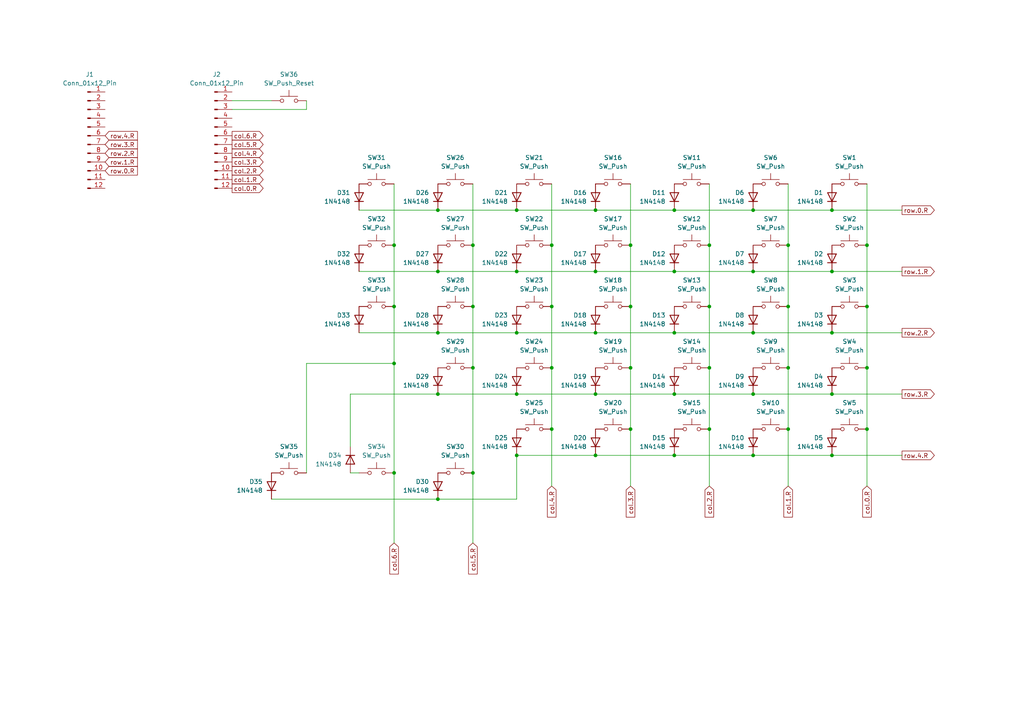
<source format=kicad_sch>
(kicad_sch (version 20250114) (generator "eeschema") (generator_version "9.0")
  (paper "A4")
  (lib_symbols
    (symbol "Connector:Conn_01x12_Pin" (pin_names (offset 1.016) (hide yes))
      (property "Reference" "J" (at 0 15.24 0))
      (property "Value" "Conn_01x12_Pin" (at 0 -17.78 0))
      (symbol "Conn_01x12_Pin_1_1"
        (rectangle (start 0.8636 12.827) (end 0 12.573) (stroke (width 0.1524)) (fill (type outline)))
        (rectangle (start 0.8636 10.287) (end 0 10.033) (stroke (width 0.1524)) (fill (type outline)))
        (rectangle (start 0.8636 7.747) (end 0 7.493) (stroke (width 0.1524)) (fill (type outline)))
        (rectangle (start 0.8636 5.207) (end 0 4.953) (stroke (width 0.1524)) (fill (type outline)))
        (rectangle (start 0.8636 2.667) (end 0 2.413) (stroke (width 0.1524)) (fill (type outline)))
        (rectangle (start 0.8636 0.127) (end 0 -0.127) (stroke (width 0.1524)) (fill (type outline)))
        (rectangle (start 0.8636 -2.413) (end 0 -2.667) (stroke (width 0.1524)) (fill (type outline)))
        (rectangle (start 0.8636 -4.953) (end 0 -5.207) (stroke (width 0.1524)) (fill (type outline)))
        (rectangle (start 0.8636 -7.493) (end 0 -7.747) (stroke (width 0.1524)) (fill (type outline)))
        (rectangle (start 0.8636 -10.033) (end 0 -10.287) (stroke (width 0.1524)) (fill (type outline)))
        (rectangle (start 0.8636 -12.573) (end 0 -12.827) (stroke (width 0.1524)) (fill (type outline)))
        (rectangle (start 0.8636 -15.113) (end 0 -15.367) (stroke (width 0.1524)) (fill (type outline)))
        (polyline (pts (xy 1.27 12.7) (xy 0.8636 12.7)) (stroke (width 0.1524)))
        (polyline (pts (xy 1.27 10.16) (xy 0.8636 10.16)) (stroke (width 0.1524)))
        (polyline (pts (xy 1.27 7.62) (xy 0.8636 7.62)) (stroke (width 0.1524)))
        (polyline (pts (xy 1.27 5.08) (xy 0.8636 5.08)) (stroke (width 0.1524)))
        (polyline (pts (xy 1.27 2.54) (xy 0.8636 2.54)) (stroke (width 0.1524)))
        (polyline (pts (xy 1.27 0) (xy 0.8636 0)) (stroke (width 0.1524)))
        (polyline (pts (xy 1.27 -2.54) (xy 0.8636 -2.54)) (stroke (width 0.1524)))
        (polyline (pts (xy 1.27 -5.08) (xy 0.8636 -5.08)) (stroke (width 0.1524)))
        (polyline (pts (xy 1.27 -7.62) (xy 0.8636 -7.62)) (stroke (width 0.1524)))
        (polyline (pts (xy 1.27 -10.16) (xy 0.8636 -10.16)) (stroke (width 0.1524)))
        (polyline (pts (xy 1.27 -12.7) (xy 0.8636 -12.7)) (stroke (width 0.1524)))
        (polyline (pts (xy 1.27 -15.24) (xy 0.8636 -15.24)) (stroke (width 0.1524)))
        (pin passive line (at 5.08 12.7 180) (length 3.81) (name "Pin_1") (number "1"))
        (pin passive line (at 5.08 10.16 180) (length 3.81) (name "Pin_2") (number "2"))
        (pin passive line (at 5.08 7.62 180) (length 3.81) (name "Pin_3") (number "3"))
        (pin passive line (at 5.08 5.08 180) (length 3.81) (name "Pin_4") (number "4"))
        (pin passive line (at 5.08 2.54 180) (length 3.81) (name "Pin_5") (number "5"))
        (pin passive line (at 5.08 0 180) (length 3.81) (name "Pin_6") (number "6"))
        (pin passive line (at 5.08 -2.54 180) (length 3.81) (name "Pin_7") (number "7"))
        (pin passive line (at 5.08 -5.08 180) (length 3.81) (name "Pin_8") (number "8"))
        (pin passive line (at 5.08 -7.62 180) (length 3.81) (name "Pin_9") (number "9"))
        (pin passive line (at 5.08 -10.16 180) (length 3.81) (name "Pin_10") (number "10"))
        (pin passive line (at 5.08 -12.7 180) (length 3.81) (name "Pin_11") (number "11"))
        (pin passive line (at 5.08 -15.24 180) (length 3.81) (name "Pin_12") (number "12"))
      )
    )
    (symbol "Diode:1N4148" (pin_numbers (hide yes)) (pin_names (hide yes))
      (property "Reference" "D" (at 0 2.54 0))
      (property "Value" "1N4148" (at 0 -2.54 0))
      (symbol "1N4148_0_1"
        (polyline (pts (xy -1.27 1.27) (xy -1.27 -1.27)) (stroke (width 0.254)))
        (polyline (pts (xy 1.27 1.27) (xy 1.27 -1.27) (xy -1.27 0) (xy 1.27 1.27)) (stroke (width 0.254)))
        (polyline (pts (xy 1.27 0) (xy -1.27 0)))
      )
      (symbol "1N4148_1_1"
        (pin passive line (at -3.81 0 0) (length 2.54) (name "K") (number "1"))
        (pin passive line (at 3.81 0 180) (length 2.54) (name "A") (number "2"))
      )
    )
    (symbol "Switch:SW_Push" (pin_numbers (hide yes)) (pin_names (offset 1.016) (hide yes))
      (property "Reference" "SW" (at 1.27 2.54 0))
      (property "Value" "SW_Push" (at 0 -1.524 0))
      (symbol "SW_Push_0_1"
        (circle (center -2.032 0) (radius 0.508))
        (polyline (pts (xy 0 1.27) (xy 0 3.048)))
        (circle (center 2.032 0) (radius 0.508))
        (polyline (pts (xy 2.54 1.27) (xy -2.54 1.27)))
        (pin passive line (at -5.08 0 0) (length 2.54) (name "1") (number "1"))
        (pin passive line (at 5.08 0 180) (length 2.54) (name "2") (number "2"))
      )
    )
  )
  (junction (at 137.16 137.16))
  (junction (at 195.58 78.74))
  (junction (at 195.58 60.96))
  (junction (at 127 144.78))
  (junction (at 149.86 96.52))
  (junction (at 251.46 71.12))
  (junction (at 228.6 106.68))
  (junction (at 127 114.3))
  (junction (at 241.3 132.08))
  (junction (at 172.72 96.52))
  (junction (at 149.86 114.3))
  (junction (at 251.46 124.46))
  (junction (at 195.58 114.3))
  (junction (at 218.44 114.3))
  (junction (at 172.72 114.3))
  (junction (at 218.44 60.96))
  (junction (at 127 60.96))
  (junction (at 218.44 132.08))
  (junction (at 114.3 105.41))
  (junction (at 127 96.52))
  (junction (at 205.74 71.12))
  (junction (at 205.74 88.9))
  (junction (at 127 78.74))
  (junction (at 195.58 132.08))
  (junction (at 137.16 71.12))
  (junction (at 149.86 60.96))
  (junction (at 172.72 78.74))
  (junction (at 251.46 88.9))
  (junction (at 160.02 71.12))
  (junction (at 228.6 71.12))
  (junction (at 160.02 88.9))
  (junction (at 218.44 78.74))
  (junction (at 149.86 78.74))
  (junction (at 228.6 124.46))
  (junction (at 228.6 88.9))
  (junction (at 114.3 137.16))
  (junction (at 241.3 60.96))
  (junction (at 149.86 132.08))
  (junction (at 172.72 132.08))
  (junction (at 218.44 96.52))
  (junction (at 114.3 71.12))
  (junction (at 182.88 124.46))
  (junction (at 182.88 106.68))
  (junction (at 182.88 71.12))
  (junction (at 114.3 88.9))
  (junction (at 241.3 78.74))
  (junction (at 251.46 106.68))
  (junction (at 172.72 60.96))
  (junction (at 182.88 88.9))
  (junction (at 241.3 96.52))
  (junction (at 205.74 124.46))
  (junction (at 205.74 106.68))
  (junction (at 241.3 114.3))
  (junction (at 137.16 106.68))
  (junction (at 137.16 88.9))
  (junction (at 160.02 106.68))
  (junction (at 195.58 96.52))
  (junction (at 160.02 124.46))
  (wire (pts (xy 137.16 137.16) (xy 137.16 157.48)))
  (wire (pts (xy 241.3 60.96) (xy 218.44 60.96)))
  (wire (pts (xy 172.72 60.96) (xy 149.86 60.96)))
  (wire (pts (xy 228.6 106.68) (xy 228.6 124.46)))
  (wire (pts (xy 218.44 96.52) (xy 195.58 96.52)))
  (wire (pts (xy 261.62 78.74) (xy 241.3 78.74)))
  (wire (pts (xy 160.02 53.34) (xy 160.02 71.12)))
  (wire (pts (xy 205.74 124.46) (xy 205.74 140.97)))
  (wire (pts (xy 228.6 124.46) (xy 228.6 140.97)))
  (wire (pts (xy 88.9 29.21) (xy 88.9 31.75)))
  (wire (pts (xy 149.86 132.08) (xy 149.86 144.78)))
  (wire (pts (xy 251.46 53.34) (xy 251.46 71.12)))
  (wire (pts (xy 149.86 78.74) (xy 127 78.74)))
  (wire (pts (xy 261.62 132.08) (xy 241.3 132.08)))
  (wire (pts (xy 127 144.78) (xy 78.74 144.78)))
  (wire (pts (xy 195.58 60.96) (xy 172.72 60.96)))
  (wire (pts (xy 78.74 29.21) (xy 67.31 29.21)))
  (wire (pts (xy 205.74 106.68) (xy 205.74 124.46)))
  (wire (pts (xy 101.6 114.3) (xy 101.6 129.54)))
  (wire (pts (xy 228.6 88.9) (xy 228.6 106.68)))
  (wire (pts (xy 137.16 53.34) (xy 137.16 71.12)))
  (wire (pts (xy 114.3 137.16) (xy 114.3 157.48)))
  (wire (pts (xy 172.72 96.52) (xy 149.86 96.52)))
  (wire (pts (xy 137.16 106.68) (xy 137.16 137.16)))
  (wire (pts (xy 104.14 137.16) (xy 101.6 137.16)))
  (wire (pts (xy 195.58 96.52) (xy 172.72 96.52)))
  (wire (pts (xy 205.74 71.12) (xy 205.74 88.9)))
  (wire (pts (xy 182.88 53.34) (xy 182.88 71.12)))
  (wire (pts (xy 149.86 60.96) (xy 127 60.96)))
  (wire (pts (xy 172.72 114.3) (xy 149.86 114.3)))
  (wire (pts (xy 114.3 53.34) (xy 114.3 71.12)))
  (wire (pts (xy 114.3 105.41) (xy 114.3 137.16)))
  (wire (pts (xy 149.86 96.52) (xy 127 96.52)))
  (wire (pts (xy 172.72 132.08) (xy 149.86 132.08)))
  (wire (pts (xy 160.02 124.46) (xy 160.02 140.97)))
  (wire (pts (xy 88.9 105.41) (xy 88.9 137.16)))
  (wire (pts (xy 205.74 53.34) (xy 205.74 71.12)))
  (wire (pts (xy 114.3 71.12) (xy 114.3 88.9)))
  (wire (pts (xy 218.44 114.3) (xy 195.58 114.3)))
  (wire (pts (xy 218.44 132.08) (xy 195.58 132.08)))
  (wire (pts (xy 218.44 78.74) (xy 195.58 78.74)))
  (wire (pts (xy 261.62 60.96) (xy 241.3 60.96)))
  (wire (pts (xy 251.46 124.46) (xy 251.46 140.97)))
  (wire (pts (xy 241.3 114.3) (xy 218.44 114.3)))
  (wire (pts (xy 149.86 114.3) (xy 127 114.3)))
  (wire (pts (xy 160.02 71.12) (xy 160.02 88.9)))
  (wire (pts (xy 228.6 53.34) (xy 228.6 71.12)))
  (wire (pts (xy 172.72 78.74) (xy 149.86 78.74)))
  (wire (pts (xy 241.3 96.52) (xy 218.44 96.52)))
  (wire (pts (xy 228.6 71.12) (xy 228.6 88.9)))
  (wire (pts (xy 160.02 88.9) (xy 160.02 106.68)))
  (wire (pts (xy 195.58 114.3) (xy 172.72 114.3)))
  (wire (pts (xy 127 60.96) (xy 104.14 60.96)))
  (wire (pts (xy 182.88 124.46) (xy 182.88 140.97)))
  (wire (pts (xy 195.58 78.74) (xy 172.72 78.74)))
  (wire (pts (xy 114.3 105.41) (xy 88.9 105.41)))
  (wire (pts (xy 251.46 88.9) (xy 251.46 106.68)))
  (wire (pts (xy 251.46 106.68) (xy 251.46 124.46)))
  (wire (pts (xy 127 96.52) (xy 104.14 96.52)))
  (wire (pts (xy 241.3 78.74) (xy 218.44 78.74)))
  (wire (pts (xy 137.16 88.9) (xy 137.16 106.68)))
  (wire (pts (xy 251.46 71.12) (xy 251.46 88.9)))
  (wire (pts (xy 182.88 88.9) (xy 182.88 106.68)))
  (wire (pts (xy 114.3 88.9) (xy 114.3 105.41)))
  (wire (pts (xy 205.74 88.9) (xy 205.74 106.68)))
  (wire (pts (xy 182.88 71.12) (xy 182.88 88.9)))
  (wire (pts (xy 160.02 106.68) (xy 160.02 124.46)))
  (wire (pts (xy 182.88 106.68) (xy 182.88 124.46)))
  (wire (pts (xy 261.62 96.52) (xy 241.3 96.52)))
  (wire (pts (xy 137.16 71.12) (xy 137.16 88.9)))
  (wire (pts (xy 149.86 144.78) (xy 127 144.78)))
  (wire (pts (xy 127 114.3) (xy 101.6 114.3)))
  (wire (pts (xy 261.62 114.3) (xy 241.3 114.3)))
  (wire (pts (xy 127 78.74) (xy 104.14 78.74)))
  (wire (pts (xy 218.44 60.96) (xy 195.58 60.96)))
  (wire (pts (xy 241.3 132.08) (xy 218.44 132.08)))
  (wire (pts (xy 67.31 31.75) (xy 88.9 31.75)))
  (wire (pts (xy 195.58 132.08) (xy 172.72 132.08)))
  (global_label "col.2.R" (shape input) (at 205.74 140.97 270) (property "Intersheetrefs" "${INTERSHEET_REFS}" (effects (hide yes))))
  (global_label "col.2.R" (shape output) (at 67.31 49.53 0) (property "Intersheetrefs" "${INTERSHEET_REFS}" (effects (hide yes))))
  (global_label "row.3.R" (shape output) (at 261.62 114.3 0) (property "Intersheetrefs" "${INTERSHEET_REFS}" (effects (hide yes))))
  (global_label "row.0.R" (shape input) (at 30.48 49.53 0) (property "Intersheetrefs" "${INTERSHEET_REFS}" (effects (hide yes))))
  (global_label "col.3.R" (shape input) (at 182.88 140.97 270) (property "Intersheetrefs" "${INTERSHEET_REFS}" (effects (hide yes))))
  (global_label "col.4.R" (shape input) (at 160.02 140.97 270) (property "Intersheetrefs" "${INTERSHEET_REFS}" (effects (hide yes))))
  (global_label "row.1.R" (shape input) (at 30.48 46.99 0) (property "Intersheetrefs" "${INTERSHEET_REFS}" (effects (hide yes))))
  (global_label "row.3.R" (shape input) (at 30.48 41.91 0) (property "Intersheetrefs" "${INTERSHEET_REFS}" (effects (hide yes))))
  (global_label "row.2.R" (shape output) (at 261.62 96.52 0) (property "Intersheetrefs" "${INTERSHEET_REFS}" (effects (hide yes))))
  (global_label "col.5.R" (shape output) (at 67.31 41.91 0) (property "Intersheetrefs" "${INTERSHEET_REFS}" (effects (hide yes))))
  (global_label "row.0.R" (shape output) (at 261.62 60.96 0) (property "Intersheetrefs" "${INTERSHEET_REFS}" (effects (hide yes))))
  (global_label "col.4.R" (shape output) (at 67.31 44.45 0) (property "Intersheetrefs" "${INTERSHEET_REFS}" (effects (hide yes))))
  (global_label "col.0.R" (shape input) (at 251.46 140.97 270) (property "Intersheetrefs" "${INTERSHEET_REFS}" (effects (hide yes))))
  (global_label "row.1.R" (shape output) (at 261.62 78.74 0) (property "Intersheetrefs" "${INTERSHEET_REFS}" (effects (hide yes))))
  (global_label "col.0.R" (shape output) (at 67.31 54.61 0) (property "Intersheetrefs" "${INTERSHEET_REFS}" (effects (hide yes))))
  (global_label "row.2.R" (shape input) (at 30.48 44.45 0) (property "Intersheetrefs" "${INTERSHEET_REFS}" (effects (hide yes))))
  (global_label "row.4.R" (shape input) (at 30.48 39.37 0) (property "Intersheetrefs" "${INTERSHEET_REFS}" (effects (hide yes))))
  (global_label "col.1.R" (shape output) (at 67.31 52.07 0) (property "Intersheetrefs" "${INTERSHEET_REFS}" (effects (hide yes))))
  (global_label "col.3.R" (shape output) (at 67.31 46.99 0) (property "Intersheetrefs" "${INTERSHEET_REFS}" (effects (hide yes))))
  (global_label "col.6.R" (shape input) (at 114.3 157.48 270) (property "Intersheetrefs" "${INTERSHEET_REFS}" (effects (hide yes))))
  (global_label "col.5.R" (shape input) (at 137.16 157.48 270) (property "Intersheetrefs" "${INTERSHEET_REFS}" (effects (hide yes))))
  (global_label "row.4.R" (shape output) (at 261.62 132.08 0) (property "Intersheetrefs" "${INTERSHEET_REFS}" (effects (hide yes))))
  (global_label "col.1.R" (shape input) (at 228.6 140.97 270) (property "Intersheetrefs" "${INTERSHEET_REFS}" (effects (hide yes))))
  (global_label "col.6.R" (shape output) (at 67.31 39.37 0) (property "Intersheetrefs" "${INTERSHEET_REFS}" (effects (hide yes))))
  (symbol (lib_id "Switch:SW_Push") (at 109.22 88.9 0) (mirror y) (unit 1)
    (property "Reference" "SW33" (at 109.22 81.28 0))
    (property "Value" "SW_Push" (at 109.22 83.82 0))
    (property "Footprint" "Button_Switch_Keyboard:SW_Cherry_MX_1.00u_PCB" (effects (hide yes)))
    (property "Description" "Push button switch, generic, two pins" (effects (hide yes)))
  )
  (symbol (lib_id "Switch:SW_Push") (at 246.38 88.9 0) (mirror y) (unit 1)
    (property "Reference" "SW3" (at 246.38 81.28 0))
    (property "Value" "SW_Push" (at 246.38 83.82 0))
    (property "Footprint" "Button_Switch_Keyboard:SW_Cherry_MX_1.00u_PCB" (effects (hide yes)))
    (property "Description" "Push button switch, generic, two pins" (effects (hide yes)))
  )
  (symbol (lib_id "Diode:1N4148") (at 127 110.49 270) (mirror x) (unit 1)
    (property "Reference" "D29" (at 124.46 109.2199 90) (effects (justify right)))
    (property "Value" "1N4148" (at 124.46 111.7599 90) (effects (justify right)))
    (property "Footprint" "Diode_SMD:D_1206_3216Metric" (effects (hide yes)))
    (property "Datasheet" "https://assets.nexperia.com/documents/data-sheet/1N4148_1N4448.pdf" (effects (hide yes)))
    (property "Description" "100V 0.15A standard switching diode, DO-35" (effects (hide yes)))
    (property "Sim.Device" "D" (effects (hide yes)))
    (property "Sim.Pins" "1=K 2=A" (effects (hide yes)))
  )
  (symbol (lib_id "Diode:1N4148") (at 195.58 128.27 270) (mirror x) (unit 1)
    (property "Reference" "D15" (at 193.04 126.9999 90) (effects (justify right)))
    (property "Value" "1N4148" (at 193.04 129.5399 90) (effects (justify right)))
    (property "Footprint" "Diode_SMD:D_1206_3216Metric" (effects (hide yes)))
    (property "Datasheet" "https://assets.nexperia.com/documents/data-sheet/1N4148_1N4448.pdf" (effects (hide yes)))
    (property "Description" "100V 0.15A standard switching diode, DO-35" (effects (hide yes)))
    (property "Sim.Device" "D" (effects (hide yes)))
    (property "Sim.Pins" "1=K 2=A" (effects (hide yes)))
  )
  (symbol (lib_id "Diode:1N4148") (at 127 92.71 270) (mirror x) (unit 1)
    (property "Reference" "D28" (at 124.46 91.4399 90) (effects (justify right)))
    (property "Value" "1N4148" (at 124.46 93.9799 90) (effects (justify right)))
    (property "Footprint" "Diode_SMD:D_1206_3216Metric" (effects (hide yes)))
    (property "Datasheet" "https://assets.nexperia.com/documents/data-sheet/1N4148_1N4448.pdf" (effects (hide yes)))
    (property "Description" "100V 0.15A standard switching diode, DO-35" (effects (hide yes)))
    (property "Sim.Device" "D" (effects (hide yes)))
    (property "Sim.Pins" "1=K 2=A" (effects (hide yes)))
  )
  (symbol (lib_id "Switch:SW_Push") (at 200.66 88.9 0) (mirror y) (unit 1)
    (property "Reference" "SW13" (at 200.66 81.28 0))
    (property "Value" "SW_Push" (at 200.66 83.82 0))
    (property "Footprint" "Button_Switch_Keyboard:SW_Cherry_MX_1.00u_PCB" (effects (hide yes)))
    (property "Description" "Push button switch, generic, two pins" (effects (hide yes)))
  )
  (symbol (lib_id "Diode:1N4148") (at 127 74.93 270) (mirror x) (unit 1)
    (property "Reference" "D27" (at 124.46 73.6599 90) (effects (justify right)))
    (property "Value" "1N4148" (at 124.46 76.1999 90) (effects (justify right)))
    (property "Footprint" "Diode_SMD:D_1206_3216Metric" (effects (hide yes)))
    (property "Datasheet" "https://assets.nexperia.com/documents/data-sheet/1N4148_1N4448.pdf" (effects (hide yes)))
    (property "Description" "100V 0.15A standard switching diode, DO-35" (effects (hide yes)))
    (property "Sim.Device" "D" (effects (hide yes)))
    (property "Sim.Pins" "1=K 2=A" (effects (hide yes)))
  )
  (symbol (lib_id "Switch:SW_Push") (at 177.8 88.9 0) (mirror y) (unit 1)
    (property "Reference" "SW18" (at 177.8 81.28 0))
    (property "Value" "SW_Push" (at 177.8 83.82 0))
    (property "Footprint" "Button_Switch_Keyboard:SW_Cherry_MX_1.00u_PCB" (effects (hide yes)))
    (property "Description" "Push button switch, generic, two pins" (effects (hide yes)))
  )
  (symbol (lib_id "Diode:1N4148") (at 218.44 57.15 270) (mirror x) (unit 1)
    (property "Reference" "D6" (at 215.9 55.8799 90) (effects (justify right)))
    (property "Value" "1N4148" (at 215.9 58.4199 90) (effects (justify right)))
    (property "Footprint" "Diode_SMD:D_1206_3216Metric" (effects (hide yes)))
    (property "Datasheet" "https://assets.nexperia.com/documents/data-sheet/1N4148_1N4448.pdf" (effects (hide yes)))
    (property "Description" "100V 0.15A standard switching diode, DO-35" (effects (hide yes)))
    (property "Sim.Device" "D" (effects (hide yes)))
    (property "Sim.Pins" "1=K 2=A" (effects (hide yes)))
  )
  (symbol (lib_id "Diode:1N4148") (at 149.86 74.93 270) (mirror x) (unit 1)
    (property "Reference" "D22" (at 147.32 73.6599 90) (effects (justify right)))
    (property "Value" "1N4148" (at 147.32 76.1999 90) (effects (justify right)))
    (property "Footprint" "Diode_SMD:D_1206_3216Metric" (effects (hide yes)))
    (property "Datasheet" "https://assets.nexperia.com/documents/data-sheet/1N4148_1N4448.pdf" (effects (hide yes)))
    (property "Description" "100V 0.15A standard switching diode, DO-35" (effects (hide yes)))
    (property "Sim.Device" "D" (effects (hide yes)))
    (property "Sim.Pins" "1=K 2=A" (effects (hide yes)))
  )
  (symbol (lib_id "Switch:SW_Push") (at 154.94 124.46 0) (mirror y) (unit 1)
    (property "Reference" "SW25" (at 154.94 116.84 0))
    (property "Value" "SW_Push" (at 154.94 119.38 0))
    (property "Footprint" "Button_Switch_Keyboard:SW_Cherry_MX_1.00u_PCB" (effects (hide yes)))
    (property "Description" "Push button switch, generic, two pins" (effects (hide yes)))
  )
  (symbol (lib_id "Switch:SW_Push") (at 177.8 71.12 0) (mirror y) (unit 1)
    (property "Reference" "SW17" (at 177.8 63.5 0))
    (property "Value" "SW_Push" (at 177.8 66.04 0))
    (property "Footprint" "Button_Switch_Keyboard:SW_Cherry_MX_1.00u_PCB" (effects (hide yes)))
    (property "Description" "Push button switch, generic, two pins" (effects (hide yes)))
  )
  (symbol (lib_id "Diode:1N4148") (at 172.72 92.71 270) (mirror x) (unit 1)
    (property "Reference" "D18" (at 170.18 91.4399 90) (effects (justify right)))
    (property "Value" "1N4148" (at 170.18 93.9799 90) (effects (justify right)))
    (property "Footprint" "Diode_SMD:D_1206_3216Metric" (effects (hide yes)))
    (property "Datasheet" "https://assets.nexperia.com/documents/data-sheet/1N4148_1N4448.pdf" (effects (hide yes)))
    (property "Description" "100V 0.15A standard switching diode, DO-35" (effects (hide yes)))
    (property "Sim.Device" "D" (effects (hide yes)))
    (property "Sim.Pins" "1=K 2=A" (effects (hide yes)))
  )
  (symbol (lib_id "Switch:SW_Push") (at 246.38 53.34 0) (mirror y) (unit 1)
    (property "Reference" "SW1" (at 246.38 45.72 0))
    (property "Value" "SW_Push" (at 246.38 48.26 0))
    (property "Footprint" "Button_Switch_Keyboard:SW_Cherry_MX_1.00u_PCB" (effects (hide yes)))
    (property "Description" "Push button switch, generic, two pins" (effects (hide yes)))
  )
  (symbol (lib_id "Diode:1N4148") (at 78.74 140.97 270) (mirror x) (unit 1)
    (property "Reference" "D35" (at 76.2 139.6999 90) (effects (justify right)))
    (property "Value" "1N4148" (at 76.2 142.2399 90) (effects (justify right)))
    (property "Footprint" "Diode_SMD:D_1206_3216Metric" (effects (hide yes)))
    (property "Datasheet" "https://assets.nexperia.com/documents/data-sheet/1N4148_1N4448.pdf" (effects (hide yes)))
    (property "Description" "100V 0.15A standard switching diode, DO-35" (effects (hide yes)))
    (property "Sim.Device" "D" (effects (hide yes)))
    (property "Sim.Pins" "1=K 2=A" (effects (hide yes)))
  )
  (symbol (lib_id "Switch:SW_Push") (at 223.52 106.68 0) (mirror y) (unit 1)
    (property "Reference" "SW9" (at 223.52 99.06 0))
    (property "Value" "SW_Push" (at 223.52 101.6 0))
    (property "Footprint" "Button_Switch_Keyboard:SW_Cherry_MX_1.00u_PCB" (effects (hide yes)))
    (property "Description" "Push button switch, generic, two pins" (effects (hide yes)))
  )
  (symbol (lib_id "Switch:SW_Push") (at 83.82 29.21 0) (unit 1)
    (property "Reference" "SW36" (at 83.82 21.59 0))
    (property "Value" "SW_Push_Reset" (at 83.82 24.13 0))
    (property "Footprint" "Button_Switch_SMD:SW_SPST_B3U-1000P" (effects (hide yes)))
    (property "Description" "Push button switch, generic, two pins" (effects (hide yes)))
  )
  (symbol (lib_id "Diode:1N4148") (at 195.58 92.71 270) (mirror x) (unit 1)
    (property "Reference" "D13" (at 193.04 91.4399 90) (effects (justify right)))
    (property "Value" "1N4148" (at 193.04 93.9799 90) (effects (justify right)))
    (property "Footprint" "Diode_SMD:D_1206_3216Metric" (effects (hide yes)))
    (property "Datasheet" "https://assets.nexperia.com/documents/data-sheet/1N4148_1N4448.pdf" (effects (hide yes)))
    (property "Description" "100V 0.15A standard switching diode, DO-35" (effects (hide yes)))
    (property "Sim.Device" "D" (effects (hide yes)))
    (property "Sim.Pins" "1=K 2=A" (effects (hide yes)))
  )
  (symbol (lib_id "Diode:1N4148") (at 149.86 110.49 270) (mirror x) (unit 1)
    (property "Reference" "D24" (at 147.32 109.2199 90) (effects (justify right)))
    (property "Value" "1N4148" (at 147.32 111.7599 90) (effects (justify right)))
    (property "Footprint" "Diode_SMD:D_1206_3216Metric" (effects (hide yes)))
    (property "Datasheet" "https://assets.nexperia.com/documents/data-sheet/1N4148_1N4448.pdf" (effects (hide yes)))
    (property "Description" "100V 0.15A standard switching diode, DO-35" (effects (hide yes)))
    (property "Sim.Device" "D" (effects (hide yes)))
    (property "Sim.Pins" "1=K 2=A" (effects (hide yes)))
  )
  (symbol (lib_id "Diode:1N4148") (at 218.44 92.71 270) (mirror x) (unit 1)
    (property "Reference" "D8" (at 215.9 91.4399 90) (effects (justify right)))
    (property "Value" "1N4148" (at 215.9 93.9799 90) (effects (justify right)))
    (property "Footprint" "Diode_SMD:D_1206_3216Metric" (effects (hide yes)))
    (property "Datasheet" "https://assets.nexperia.com/documents/data-sheet/1N4148_1N4448.pdf" (effects (hide yes)))
    (property "Description" "100V 0.15A standard switching diode, DO-35" (effects (hide yes)))
    (property "Sim.Device" "D" (effects (hide yes)))
    (property "Sim.Pins" "1=K 2=A" (effects (hide yes)))
  )
  (symbol (lib_id "Diode:1N4148") (at 101.6 133.35 90) (mirror x) (unit 1)
    (property "Reference" "D34" (at 99.06 132.0799 90) (effects (justify left)))
    (property "Value" "1N4148" (at 99.06 134.6199 90) (effects (justify left)))
    (property "Footprint" "Diode_SMD:D_1206_3216Metric" (effects (hide yes)))
    (property "Datasheet" "https://assets.nexperia.com/documents/data-sheet/1N4148_1N4448.pdf" (effects (hide yes)))
    (property "Description" "100V 0.15A standard switching diode, DO-35" (effects (hide yes)))
    (property "Sim.Device" "D" (effects (hide yes)))
    (property "Sim.Pins" "1=K 2=A" (effects (hide yes)))
  )
  (symbol (lib_id "Switch:SW_Push") (at 177.8 53.34 0) (mirror y) (unit 1)
    (property "Reference" "SW16" (at 177.8 45.72 0))
    (property "Value" "SW_Push" (at 177.8 48.26 0))
    (property "Footprint" "Button_Switch_Keyboard:SW_Cherry_MX_1.00u_PCB" (effects (hide yes)))
    (property "Description" "Push button switch, generic, two pins" (effects (hide yes)))
  )
  (symbol (lib_id "Switch:SW_Push") (at 109.22 71.12 0) (mirror y) (unit 1)
    (property "Reference" "SW32" (at 109.22 63.5 0))
    (property "Value" "SW_Push" (at 109.22 66.04 0))
    (property "Footprint" "Button_Switch_Keyboard:SW_Cherry_MX_1.00u_PCB" (effects (hide yes)))
    (property "Description" "Push button switch, generic, two pins" (effects (hide yes)))
  )
  (symbol (lib_id "Diode:1N4148") (at 172.72 57.15 270) (mirror x) (unit 1)
    (property "Reference" "D16" (at 170.18 55.8799 90) (effects (justify right)))
    (property "Value" "1N4148" (at 170.18 58.4199 90) (effects (justify right)))
    (property "Footprint" "Diode_SMD:D_1206_3216Metric" (effects (hide yes)))
    (property "Datasheet" "https://assets.nexperia.com/documents/data-sheet/1N4148_1N4448.pdf" (effects (hide yes)))
    (property "Description" "100V 0.15A standard switching diode, DO-35" (effects (hide yes)))
    (property "Sim.Device" "D" (effects (hide yes)))
    (property "Sim.Pins" "1=K 2=A" (effects (hide yes)))
  )
  (symbol (lib_id "Diode:1N4148") (at 241.3 57.15 270) (mirror x) (unit 1)
    (property "Reference" "D1" (at 238.76 55.8799 90) (effects (justify right)))
    (property "Value" "1N4148" (at 238.76 58.4199 90) (effects (justify right)))
    (property "Footprint" "Diode_SMD:D_1206_3216Metric" (effects (hide yes)))
    (property "Datasheet" "https://assets.nexperia.com/documents/data-sheet/1N4148_1N4448.pdf" (effects (hide yes)))
    (property "Description" "100V 0.15A standard switching diode, DO-35" (effects (hide yes)))
    (property "Sim.Device" "D" (effects (hide yes)))
    (property "Sim.Pins" "1=K 2=A" (effects (hide yes)))
  )
  (symbol (lib_id "Diode:1N4148") (at 241.3 128.27 270) (mirror x) (unit 1)
    (property "Reference" "D5" (at 238.76 126.9999 90) (effects (justify right)))
    (property "Value" "1N4148" (at 238.76 129.5399 90) (effects (justify right)))
    (property "Footprint" "Diode_SMD:D_1206_3216Metric" (effects (hide yes)))
    (property "Datasheet" "https://assets.nexperia.com/documents/data-sheet/1N4148_1N4448.pdf" (effects (hide yes)))
    (property "Description" "100V 0.15A standard switching diode, DO-35" (effects (hide yes)))
    (property "Sim.Device" "D" (effects (hide yes)))
    (property "Sim.Pins" "1=K 2=A" (effects (hide yes)))
  )
  (symbol (lib_id "Switch:SW_Push") (at 132.08 137.16 0) (mirror y) (unit 1)
    (property "Reference" "SW30" (at 132.08 129.54 0))
    (property "Value" "SW_Push" (at 132.08 132.08 0))
    (property "Footprint" "Button_Switch_Keyboard:SW_Cherry_MX_1.00u_PCB" (effects (hide yes)))
    (property "Description" "Push button switch, generic, two pins" (effects (hide yes)))
  )
  (symbol (lib_id "Connector:Conn_01x12_Pin") (at 62.23 39.37 0) (unit 1)
    (property "Reference" "J2" (at 62.865 21.59 0))
    (property "Value" "Conn_01x12_Pin" (at 62.865 24.13 0))
    (property "Description" "Generic connector, single row, 01x12, script generated" (effects (hide yes)))
  )
  (symbol (lib_id "Switch:SW_Push") (at 132.08 106.68 0) (mirror y) (unit 1)
    (property "Reference" "SW29" (at 132.08 99.06 0))
    (property "Value" "SW_Push" (at 132.08 101.6 0))
    (property "Footprint" "Button_Switch_Keyboard:SW_Cherry_MX_1.00u_PCB" (effects (hide yes)))
    (property "Description" "Push button switch, generic, two pins" (effects (hide yes)))
  )
  (symbol (lib_id "Switch:SW_Push") (at 154.94 53.34 0) (mirror y) (unit 1)
    (property "Reference" "SW21" (at 154.94 45.72 0))
    (property "Value" "SW_Push" (at 154.94 48.26 0))
    (property "Footprint" "Button_Switch_Keyboard:SW_Cherry_MX_1.00u_PCB" (effects (hide yes)))
    (property "Description" "Push button switch, generic, two pins" (effects (hide yes)))
  )
  (symbol (lib_id "Switch:SW_Push") (at 177.8 124.46 0) (mirror y) (unit 1)
    (property "Reference" "SW20" (at 177.8 116.84 0))
    (property "Value" "SW_Push" (at 177.8 119.38 0))
    (property "Footprint" "Button_Switch_Keyboard:SW_Cherry_MX_1.00u_PCB" (effects (hide yes)))
    (property "Description" "Push button switch, generic, two pins" (effects (hide yes)))
  )
  (symbol (lib_id "Diode:1N4148") (at 195.58 74.93 270) (mirror x) (unit 1)
    (property "Reference" "D12" (at 193.04 73.6599 90) (effects (justify right)))
    (property "Value" "1N4148" (at 193.04 76.1999 90) (effects (justify right)))
    (property "Footprint" "Diode_SMD:D_1206_3216Metric" (effects (hide yes)))
    (property "Datasheet" "https://assets.nexperia.com/documents/data-sheet/1N4148_1N4448.pdf" (effects (hide yes)))
    (property "Description" "100V 0.15A standard switching diode, DO-35" (effects (hide yes)))
    (property "Sim.Device" "D" (effects (hide yes)))
    (property "Sim.Pins" "1=K 2=A" (effects (hide yes)))
  )
  (symbol (lib_id "Switch:SW_Push") (at 200.66 53.34 0) (mirror y) (unit 1)
    (property "Reference" "SW11" (at 200.66 45.72 0))
    (property "Value" "SW_Push" (at 200.66 48.26 0))
    (property "Footprint" "Button_Switch_Keyboard:SW_Cherry_MX_1.00u_PCB" (effects (hide yes)))
    (property "Description" "Push button switch, generic, two pins" (effects (hide yes)))
  )
  (symbol (lib_id "Switch:SW_Push") (at 132.08 88.9 0) (mirror y) (unit 1)
    (property "Reference" "SW28" (at 132.08 81.28 0))
    (property "Value" "SW_Push" (at 132.08 83.82 0))
    (property "Footprint" "Button_Switch_Keyboard:SW_Cherry_MX_1.00u_PCB" (effects (hide yes)))
    (property "Description" "Push button switch, generic, two pins" (effects (hide yes)))
  )
  (symbol (lib_id "Switch:SW_Push") (at 200.66 71.12 0) (mirror y) (unit 1)
    (property "Reference" "SW12" (at 200.66 63.5 0))
    (property "Value" "SW_Push" (at 200.66 66.04 0))
    (property "Footprint" "Button_Switch_Keyboard:SW_Cherry_MX_1.00u_PCB" (effects (hide yes)))
    (property "Description" "Push button switch, generic, two pins" (effects (hide yes)))
  )
  (symbol (lib_id "Diode:1N4148") (at 149.86 92.71 270) (mirror x) (unit 1)
    (property "Reference" "D23" (at 147.32 91.4399 90) (effects (justify right)))
    (property "Value" "1N4148" (at 147.32 93.9799 90) (effects (justify right)))
    (property "Footprint" "Diode_SMD:D_1206_3216Metric" (effects (hide yes)))
    (property "Datasheet" "https://assets.nexperia.com/documents/data-sheet/1N4148_1N4448.pdf" (effects (hide yes)))
    (property "Description" "100V 0.15A standard switching diode, DO-35" (effects (hide yes)))
    (property "Sim.Device" "D" (effects (hide yes)))
    (property "Sim.Pins" "1=K 2=A" (effects (hide yes)))
  )
  (symbol (lib_id "Diode:1N4148") (at 195.58 57.15 270) (mirror x) (unit 1)
    (property "Reference" "D11" (at 193.04 55.8799 90) (effects (justify right)))
    (property "Value" "1N4148" (at 193.04 58.4199 90) (effects (justify right)))
    (property "Footprint" "Diode_SMD:D_1206_3216Metric" (effects (hide yes)))
    (property "Datasheet" "https://assets.nexperia.com/documents/data-sheet/1N4148_1N4448.pdf" (effects (hide yes)))
    (property "Description" "100V 0.15A standard switching diode, DO-35" (effects (hide yes)))
    (property "Sim.Device" "D" (effects (hide yes)))
    (property "Sim.Pins" "1=K 2=A" (effects (hide yes)))
  )
  (symbol (lib_id "Diode:1N4148") (at 149.86 57.15 270) (mirror x) (unit 1)
    (property "Reference" "D21" (at 147.32 55.8799 90) (effects (justify right)))
    (property "Value" "1N4148" (at 147.32 58.4199 90) (effects (justify right)))
    (property "Footprint" "Diode_SMD:D_1206_3216Metric" (effects (hide yes)))
    (property "Datasheet" "https://assets.nexperia.com/documents/data-sheet/1N4148_1N4448.pdf" (effects (hide yes)))
    (property "Description" "100V 0.15A standard switching diode, DO-35" (effects (hide yes)))
    (property "Sim.Device" "D" (effects (hide yes)))
    (property "Sim.Pins" "1=K 2=A" (effects (hide yes)))
  )
  (symbol (lib_id "Diode:1N4148") (at 172.72 128.27 270) (mirror x) (unit 1)
    (property "Reference" "D20" (at 170.18 126.9999 90) (effects (justify right)))
    (property "Value" "1N4148" (at 170.18 129.5399 90) (effects (justify right)))
    (property "Footprint" "Diode_SMD:D_1206_3216Metric" (effects (hide yes)))
    (property "Datasheet" "https://assets.nexperia.com/documents/data-sheet/1N4148_1N4448.pdf" (effects (hide yes)))
    (property "Description" "100V 0.15A standard switching diode, DO-35" (effects (hide yes)))
    (property "Sim.Device" "D" (effects (hide yes)))
    (property "Sim.Pins" "1=K 2=A" (effects (hide yes)))
  )
  (symbol (lib_id "Switch:SW_Push") (at 200.66 106.68 0) (mirror y) (unit 1)
    (property "Reference" "SW14" (at 200.66 99.06 0))
    (property "Value" "SW_Push" (at 200.66 101.6 0))
    (property "Footprint" "Button_Switch_Keyboard:SW_Cherry_MX_1.00u_PCB" (effects (hide yes)))
    (property "Description" "Push button switch, generic, two pins" (effects (hide yes)))
  )
  (symbol (lib_id "Switch:SW_Push") (at 246.38 71.12 0) (mirror y) (unit 1)
    (property "Reference" "SW2" (at 246.38 63.5 0))
    (property "Value" "SW_Push" (at 246.38 66.04 0))
    (property "Footprint" "Button_Switch_Keyboard:SW_Cherry_MX_1.00u_PCB" (effects (hide yes)))
    (property "Description" "Push button switch, generic, two pins" (effects (hide yes)))
  )
  (symbol (lib_id "Switch:SW_Push") (at 132.08 53.34 0) (mirror y) (unit 1)
    (property "Reference" "SW26" (at 132.08 45.72 0))
    (property "Value" "SW_Push" (at 132.08 48.26 0))
    (property "Footprint" "Button_Switch_Keyboard:SW_Cherry_MX_1.00u_PCB" (effects (hide yes)))
    (property "Description" "Push button switch, generic, two pins" (effects (hide yes)))
  )
  (symbol (lib_id "Switch:SW_Push") (at 223.52 124.46 0) (mirror y) (unit 1)
    (property "Reference" "SW10" (at 223.52 116.84 0))
    (property "Value" "SW_Push" (at 223.52 119.38 0))
    (property "Footprint" "Button_Switch_Keyboard:SW_Cherry_MX_1.00u_PCB" (effects (hide yes)))
    (property "Description" "Push button switch, generic, two pins" (effects (hide yes)))
  )
  (symbol (lib_id "Switch:SW_Push") (at 132.08 71.12 0) (mirror y) (unit 1)
    (property "Reference" "SW27" (at 132.08 63.5 0))
    (property "Value" "SW_Push" (at 132.08 66.04 0))
    (property "Footprint" "Button_Switch_Keyboard:SW_Cherry_MX_1.00u_PCB" (effects (hide yes)))
    (property "Description" "Push button switch, generic, two pins" (effects (hide yes)))
  )
  (symbol (lib_id "Diode:1N4148") (at 241.3 110.49 270) (mirror x) (unit 1)
    (property "Reference" "D4" (at 238.76 109.2199 90) (effects (justify right)))
    (property "Value" "1N4148" (at 238.76 111.7599 90) (effects (justify right)))
    (property "Footprint" "Diode_SMD:D_1206_3216Metric" (effects (hide yes)))
    (property "Datasheet" "https://assets.nexperia.com/documents/data-sheet/1N4148_1N4448.pdf" (effects (hide yes)))
    (property "Description" "100V 0.15A standard switching diode, DO-35" (effects (hide yes)))
    (property "Sim.Device" "D" (effects (hide yes)))
    (property "Sim.Pins" "1=K 2=A" (effects (hide yes)))
  )
  (symbol (lib_id "Diode:1N4148") (at 218.44 128.27 270) (mirror x) (unit 1)
    (property "Reference" "D10" (at 215.9 126.9999 90) (effects (justify right)))
    (property "Value" "1N4148" (at 215.9 129.5399 90) (effects (justify right)))
    (property "Footprint" "Diode_SMD:D_1206_3216Metric" (effects (hide yes)))
    (property "Datasheet" "https://assets.nexperia.com/documents/data-sheet/1N4148_1N4448.pdf" (effects (hide yes)))
    (property "Description" "100V 0.15A standard switching diode, DO-35" (effects (hide yes)))
    (property "Sim.Device" "D" (effects (hide yes)))
    (property "Sim.Pins" "1=K 2=A" (effects (hide yes)))
  )
  (symbol (lib_id "Switch:SW_Push") (at 246.38 106.68 0) (mirror y) (unit 1)
    (property "Reference" "SW4" (at 246.38 99.06 0))
    (property "Value" "SW_Push" (at 246.38 101.6 0))
    (property "Footprint" "Button_Switch_Keyboard:SW_Cherry_MX_1.00u_PCB" (effects (hide yes)))
    (property "Description" "Push button switch, generic, two pins" (effects (hide yes)))
  )
  (symbol (lib_id "Diode:1N4148") (at 127 57.15 270) (mirror x) (unit 1)
    (property "Reference" "D26" (at 124.46 55.8799 90) (effects (justify right)))
    (property "Value" "1N4148" (at 124.46 58.4199 90) (effects (justify right)))
    (property "Footprint" "Diode_SMD:D_1206_3216Metric" (effects (hide yes)))
    (property "Datasheet" "https://assets.nexperia.com/documents/data-sheet/1N4148_1N4448.pdf" (effects (hide yes)))
    (property "Description" "100V 0.15A standard switching diode, DO-35" (effects (hide yes)))
    (property "Sim.Device" "D" (effects (hide yes)))
    (property "Sim.Pins" "1=K 2=A" (effects (hide yes)))
  )
  (symbol (lib_id "Diode:1N4148") (at 241.3 92.71 270) (mirror x) (unit 1)
    (property "Reference" "D3" (at 238.76 91.4399 90) (effects (justify right)))
    (property "Value" "1N4148" (at 238.76 93.9799 90) (effects (justify right)))
    (property "Footprint" "Diode_SMD:D_1206_3216Metric" (effects (hide yes)))
    (property "Datasheet" "https://assets.nexperia.com/documents/data-sheet/1N4148_1N4448.pdf" (effects (hide yes)))
    (property "Description" "100V 0.15A standard switching diode, DO-35" (effects (hide yes)))
    (property "Sim.Device" "D" (effects (hide yes)))
    (property "Sim.Pins" "1=K 2=A" (effects (hide yes)))
  )
  (symbol (lib_id "Switch:SW_Push") (at 177.8 106.68 0) (mirror y) (unit 1)
    (property "Reference" "SW19" (at 177.8 99.06 0))
    (property "Value" "SW_Push" (at 177.8 101.6 0))
    (property "Footprint" "Button_Switch_Keyboard:SW_Cherry_MX_1.00u_PCB" (effects (hide yes)))
    (property "Description" "Push button switch, generic, two pins" (effects (hide yes)))
  )
  (symbol (lib_id "Switch:SW_Push") (at 246.38 124.46 0) (mirror y) (unit 1)
    (property "Reference" "SW5" (at 246.38 116.84 0))
    (property "Value" "SW_Push" (at 246.38 119.38 0))
    (property "Footprint" "Button_Switch_Keyboard:SW_Cherry_MX_1.00u_PCB" (effects (hide yes)))
    (property "Description" "Push button switch, generic, two pins" (effects (hide yes)))
  )
  (symbol (lib_id "Switch:SW_Push") (at 109.22 53.34 0) (mirror y) (unit 1)
    (property "Reference" "SW31" (at 109.22 45.72 0))
    (property "Value" "SW_Push" (at 109.22 48.26 0))
    (property "Footprint" "Button_Switch_Keyboard:SW_Cherry_MX_1.00u_PCB" (effects (hide yes)))
    (property "Description" "Push button switch, generic, two pins" (effects (hide yes)))
  )
  (symbol (lib_id "Diode:1N4148") (at 149.86 128.27 270) (mirror x) (unit 1)
    (property "Reference" "D25" (at 147.32 126.9999 90) (effects (justify right)))
    (property "Value" "1N4148" (at 147.32 129.5399 90) (effects (justify right)))
    (property "Footprint" "Diode_SMD:D_1206_3216Metric" (effects (hide yes)))
    (property "Datasheet" "https://assets.nexperia.com/documents/data-sheet/1N4148_1N4448.pdf" (effects (hide yes)))
    (property "Description" "100V 0.15A standard switching diode, DO-35" (effects (hide yes)))
    (property "Sim.Device" "D" (effects (hide yes)))
    (property "Sim.Pins" "1=K 2=A" (effects (hide yes)))
  )
  (symbol (lib_id "Switch:SW_Push") (at 223.52 71.12 0) (mirror y) (unit 1)
    (property "Reference" "SW7" (at 223.52 63.5 0))
    (property "Value" "SW_Push" (at 223.52 66.04 0))
    (property "Footprint" "Button_Switch_Keyboard:SW_Cherry_MX_1.00u_PCB" (effects (hide yes)))
    (property "Description" "Push button switch, generic, two pins" (effects (hide yes)))
  )
  (symbol (lib_id "Switch:SW_Push") (at 154.94 71.12 0) (mirror y) (unit 1)
    (property "Reference" "SW22" (at 154.94 63.5 0))
    (property "Value" "SW_Push" (at 154.94 66.04 0))
    (property "Footprint" "Button_Switch_Keyboard:SW_Cherry_MX_1.00u_PCB" (effects (hide yes)))
    (property "Description" "Push button switch, generic, two pins" (effects (hide yes)))
  )
  (symbol (lib_id "Diode:1N4148") (at 104.14 92.71 270) (mirror x) (unit 1)
    (property "Reference" "D33" (at 101.6 91.4399 90) (effects (justify right)))
    (property "Value" "1N4148" (at 101.6 93.9799 90) (effects (justify right)))
    (property "Footprint" "Diode_SMD:D_1206_3216Metric" (effects (hide yes)))
    (property "Datasheet" "https://assets.nexperia.com/documents/data-sheet/1N4148_1N4448.pdf" (effects (hide yes)))
    (property "Description" "100V 0.15A standard switching diode, DO-35" (effects (hide yes)))
    (property "Sim.Device" "D" (effects (hide yes)))
    (property "Sim.Pins" "1=K 2=A" (effects (hide yes)))
  )
  (symbol (lib_id "Switch:SW_Push") (at 223.52 53.34 0) (mirror y) (unit 1)
    (property "Reference" "SW6" (at 223.52 45.72 0))
    (property "Value" "SW_Push" (at 223.52 48.26 0))
    (property "Footprint" "Button_Switch_Keyboard:SW_Cherry_MX_1.00u_PCB" (effects (hide yes)))
    (property "Description" "Push button switch, generic, two pins" (effects (hide yes)))
  )
  (symbol (lib_id "Diode:1N4148") (at 241.3 74.93 270) (mirror x) (unit 1)
    (property "Reference" "D2" (at 238.76 73.6599 90) (effects (justify right)))
    (property "Value" "1N4148" (at 238.76 76.1999 90) (effects (justify right)))
    (property "Footprint" "Diode_SMD:D_1206_3216Metric" (effects (hide yes)))
    (property "Datasheet" "https://assets.nexperia.com/documents/data-sheet/1N4148_1N4448.pdf" (effects (hide yes)))
    (property "Description" "100V 0.15A standard switching diode, DO-35" (effects (hide yes)))
    (property "Sim.Device" "D" (effects (hide yes)))
    (property "Sim.Pins" "1=K 2=A" (effects (hide yes)))
  )
  (symbol (lib_id "Diode:1N4148") (at 172.72 74.93 270) (mirror x) (unit 1)
    (property "Reference" "D17" (at 170.18 73.6599 90) (effects (justify right)))
    (property "Value" "1N4148" (at 170.18 76.1999 90) (effects (justify right)))
    (property "Footprint" "Diode_SMD:D_1206_3216Metric" (effects (hide yes)))
    (property "Datasheet" "https://assets.nexperia.com/documents/data-sheet/1N4148_1N4448.pdf" (effects (hide yes)))
    (property "Description" "100V 0.15A standard switching diode, DO-35" (effects (hide yes)))
    (property "Sim.Device" "D" (effects (hide yes)))
    (property "Sim.Pins" "1=K 2=A" (effects (hide yes)))
  )
  (symbol (lib_id "Switch:SW_Push") (at 109.22 137.16 0) (mirror y) (unit 1)
    (property "Reference" "SW34" (at 109.22 129.54 0))
    (property "Value" "SW_Push" (at 109.22 132.08 0))
    (property "Footprint" "Button_Switch_Keyboard:SW_Cherry_MX_1.00u_PCB" (effects (hide yes)))
    (property "Description" "Push button switch, generic, two pins" (effects (hide yes)))
  )
  (symbol (lib_id "Diode:1N4148") (at 172.72 110.49 270) (mirror x) (unit 1)
    (property "Reference" "D19" (at 170.18 109.2199 90) (effects (justify right)))
    (property "Value" "1N4148" (at 170.18 111.7599 90) (effects (justify right)))
    (property "Footprint" "Diode_SMD:D_1206_3216Metric" (effects (hide yes)))
    (property "Datasheet" "https://assets.nexperia.com/documents/data-sheet/1N4148_1N4448.pdf" (effects (hide yes)))
    (property "Description" "100V 0.15A standard switching diode, DO-35" (effects (hide yes)))
    (property "Sim.Device" "D" (effects (hide yes)))
    (property "Sim.Pins" "1=K 2=A" (effects (hide yes)))
  )
  (symbol (lib_id "Diode:1N4148") (at 218.44 74.93 270) (mirror x) (unit 1)
    (property "Reference" "D7" (at 215.9 73.6599 90) (effects (justify right)))
    (property "Value" "1N4148" (at 215.9 76.1999 90) (effects (justify right)))
    (property "Footprint" "Diode_SMD:D_1206_3216Metric" (effects (hide yes)))
    (property "Datasheet" "https://assets.nexperia.com/documents/data-sheet/1N4148_1N4448.pdf" (effects (hide yes)))
    (property "Description" "100V 0.15A standard switching diode, DO-35" (effects (hide yes)))
    (property "Sim.Device" "D" (effects (hide yes)))
    (property "Sim.Pins" "1=K 2=A" (effects (hide yes)))
  )
  (symbol (lib_id "Diode:1N4148") (at 104.14 57.15 270) (mirror x) (unit 1)
    (property "Reference" "D31" (at 101.6 55.8799 90) (effects (justify right)))
    (property "Value" "1N4148" (at 101.6 58.4199 90) (effects (justify right)))
    (property "Footprint" "Diode_SMD:D_1206_3216Metric" (effects (hide yes)))
    (property "Datasheet" "https://assets.nexperia.com/documents/data-sheet/1N4148_1N4448.pdf" (effects (hide yes)))
    (property "Description" "100V 0.15A standard switching diode, DO-35" (effects (hide yes)))
    (property "Sim.Device" "D" (effects (hide yes)))
    (property "Sim.Pins" "1=K 2=A" (effects (hide yes)))
  )
  (symbol (lib_id "Diode:1N4148") (at 218.44 110.49 270) (mirror x) (unit 1)
    (property "Reference" "D9" (at 215.9 109.2199 90) (effects (justify right)))
    (property "Value" "1N4148" (at 215.9 111.7599 90) (effects (justify right)))
    (property "Footprint" "Diode_SMD:D_1206_3216Metric" (effects (hide yes)))
    (property "Datasheet" "https://assets.nexperia.com/documents/data-sheet/1N4148_1N4448.pdf" (effects (hide yes)))
    (property "Description" "100V 0.15A standard switching diode, DO-35" (effects (hide yes)))
    (property "Sim.Device" "D" (effects (hide yes)))
    (property "Sim.Pins" "1=K 2=A" (effects (hide yes)))
  )
  (symbol (lib_id "Switch:SW_Push") (at 223.52 88.9 0) (mirror y) (unit 1)
    (property "Reference" "SW8" (at 223.52 81.28 0))
    (property "Value" "SW_Push" (at 223.52 83.82 0))
    (property "Footprint" "Button_Switch_Keyboard:SW_Cherry_MX_1.00u_PCB" (effects (hide yes)))
    (property "Description" "Push button switch, generic, two pins" (effects (hide yes)))
  )
  (symbol (lib_id "Switch:SW_Push") (at 83.82 137.16 0) (mirror y) (unit 1)
    (property "Reference" "SW35" (at 83.82 129.54 0))
    (property "Value" "SW_Push" (at 83.82 132.08 0))
    (property "Footprint" "Button_Switch_Keyboard:SW_Cherry_MX_1.00u_PCB" (effects (hide yes)))
    (property "Description" "Push button switch, generic, two pins" (effects (hide yes)))
  )
  (symbol (lib_id "Diode:1N4148") (at 195.58 110.49 270) (mirror x) (unit 1)
    (property "Reference" "D14" (at 193.04 109.2199 90) (effects (justify right)))
    (property "Value" "1N4148" (at 193.04 111.7599 90) (effects (justify right)))
    (property "Footprint" "Diode_SMD:D_1206_3216Metric" (effects (hide yes)))
    (property "Datasheet" "https://assets.nexperia.com/documents/data-sheet/1N4148_1N4448.pdf" (effects (hide yes)))
    (property "Description" "100V 0.15A standard switching diode, DO-35" (effects (hide yes)))
    (property "Sim.Device" "D" (effects (hide yes)))
    (property "Sim.Pins" "1=K 2=A" (effects (hide yes)))
  )
  (symbol (lib_id "Connector:Conn_01x12_Pin") (at 25.4 39.37 0) (unit 1)
    (property "Reference" "J1" (at 26.035 21.59 0))
    (property "Value" "Conn_01x12_Pin" (at 26.035 24.13 0))
    (property "Description" "Generic connector, single row, 01x12, script generated" (effects (hide yes)))
  )
  (symbol (lib_id "Diode:1N4148") (at 104.14 74.93 270) (mirror x) (unit 1)
    (property "Reference" "D32" (at 101.6 73.6599 90) (effects (justify right)))
    (property "Value" "1N4148" (at 101.6 76.1999 90) (effects (justify right)))
    (property "Footprint" "Diode_SMD:D_1206_3216Metric" (effects (hide yes)))
    (property "Datasheet" "https://assets.nexperia.com/documents/data-sheet/1N4148_1N4448.pdf" (effects (hide yes)))
    (property "Description" "100V 0.15A standard switching diode, DO-35" (effects (hide yes)))
    (property "Sim.Device" "D" (effects (hide yes)))
    (property "Sim.Pins" "1=K 2=A" (effects (hide yes)))
  )
  (symbol (lib_id "Diode:1N4148") (at 127 140.97 270) (mirror x) (unit 1)
    (property "Reference" "D30" (at 124.46 139.6999 90) (effects (justify right)))
    (property "Value" "1N4148" (at 124.46 142.2399 90) (effects (justify right)))
    (property "Footprint" "Diode_SMD:D_1206_3216Metric" (effects (hide yes)))
    (property "Datasheet" "https://assets.nexperia.com/documents/data-sheet/1N4148_1N4448.pdf" (effects (hide yes)))
    (property "Description" "100V 0.15A standard switching diode, DO-35" (effects (hide yes)))
    (property "Sim.Device" "D" (effects (hide yes)))
    (property "Sim.Pins" "1=K 2=A" (effects (hide yes)))
  )
  (symbol (lib_id "Switch:SW_Push") (at 154.94 88.9 0) (mirror y) (unit 1)
    (property "Reference" "SW23" (at 154.94 81.28 0))
    (property "Value" "SW_Push" (at 154.94 83.82 0))
    (property "Footprint" "Button_Switch_Keyboard:SW_Cherry_MX_1.00u_PCB" (effects (hide yes)))
    (property "Description" "Push button switch, generic, two pins" (effects (hide yes)))
  )
  (symbol (lib_id "Switch:SW_Push") (at 200.66 124.46 0) (mirror y) (unit 1)
    (property "Reference" "SW15" (at 200.66 116.84 0))
    (property "Value" "SW_Push" (at 200.66 119.38 0))
    (property "Footprint" "Button_Switch_Keyboard:SW_Cherry_MX_1.00u_PCB" (effects (hide yes)))
    (property "Description" "Push button switch, generic, two pins" (effects (hide yes)))
  )
  (symbol (lib_id "Switch:SW_Push") (at 154.94 106.68 0) (mirror y) (unit 1)
    (property "Reference" "SW24" (at 154.94 99.06 0))
    (property "Value" "SW_Push" (at 154.94 101.6 0))
    (property "Footprint" "Button_Switch_Keyboard:SW_Cherry_MX_1.00u_PCB" (effects (hide yes)))
    (property "Description" "Push button switch, generic, two pins" (effects (hide yes)))
  )
)
</source>
